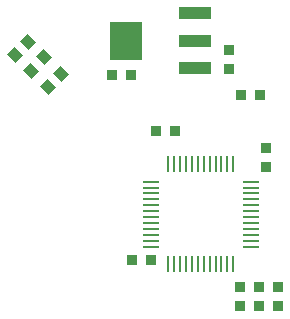
<source format=gtp>
G04*
G04 #@! TF.GenerationSoftware,Altium Limited,Altium Designer,20.0.7 (75)*
G04*
G04 Layer_Color=8421504*
%FSLAX44Y44*%
%MOMM*%
G71*
G01*
G75*
%ADD10R,0.9652X0.8636*%
%ADD11R,0.8636X0.9652*%
%ADD12R,2.7000X1.0000*%
%ADD13R,2.7000X3.3000*%
G04:AMPARAMS|DCode=14|XSize=0.8636mm|YSize=0.9652mm|CornerRadius=0mm|HoleSize=0mm|Usage=FLASHONLY|Rotation=225.000|XOffset=0mm|YOffset=0mm|HoleType=Round|Shape=Rectangle|*
%AMROTATEDRECTD14*
4,1,4,-0.0359,0.6466,0.6466,-0.0359,0.0359,-0.6466,-0.6466,0.0359,-0.0359,0.6466,0.0*
%
%ADD14ROTATEDRECTD14*%

%ADD15R,1.4732X0.2794*%
%ADD16R,0.2794X1.4732*%
D10*
X64000Y162001D02*
D03*
Y145999D02*
D03*
X95000Y62999D02*
D03*
Y79001D02*
D03*
X73000Y-55001D02*
D03*
Y-38999D02*
D03*
X105000Y-55001D02*
D03*
Y-38999D02*
D03*
X89000Y-55001D02*
D03*
Y-38999D02*
D03*
D11*
X-18001Y-16000D02*
D03*
X-1999D02*
D03*
X74099Y123500D02*
D03*
X90101D02*
D03*
X-18999Y141000D02*
D03*
X-35001D02*
D03*
X1999Y93000D02*
D03*
X18001D02*
D03*
D12*
X35500Y147000D02*
D03*
Y170000D02*
D03*
Y193000D02*
D03*
D13*
X-23500Y170000D02*
D03*
D14*
X-117658Y157343D02*
D03*
X-106342Y168657D02*
D03*
X-103658Y144342D02*
D03*
X-92343Y155657D02*
D03*
X-89658Y130342D02*
D03*
X-78342Y141657D02*
D03*
D15*
X82164Y-4500D02*
D03*
Y500D02*
D03*
Y5500D02*
D03*
Y10500D02*
D03*
Y15500D02*
D03*
Y20500D02*
D03*
Y25500D02*
D03*
Y30500D02*
D03*
Y35500D02*
D03*
Y40500D02*
D03*
Y45500D02*
D03*
Y50500D02*
D03*
X-2164D02*
D03*
Y45500D02*
D03*
Y40500D02*
D03*
Y35500D02*
D03*
Y30500D02*
D03*
Y25500D02*
D03*
Y20500D02*
D03*
Y15500D02*
D03*
Y10500D02*
D03*
Y5500D02*
D03*
Y500D02*
D03*
Y-4500D02*
D03*
D16*
X67500Y65164D02*
D03*
X62500D02*
D03*
X57500D02*
D03*
X52500D02*
D03*
X47500D02*
D03*
X42500D02*
D03*
X37500D02*
D03*
X32500D02*
D03*
X27500D02*
D03*
X22500D02*
D03*
X17500D02*
D03*
X12500D02*
D03*
Y-19164D02*
D03*
X17500D02*
D03*
X22500D02*
D03*
X27500D02*
D03*
X32500D02*
D03*
X37500D02*
D03*
X42500D02*
D03*
X47500D02*
D03*
X52500D02*
D03*
X57500D02*
D03*
X62500D02*
D03*
X67500D02*
D03*
M02*

</source>
